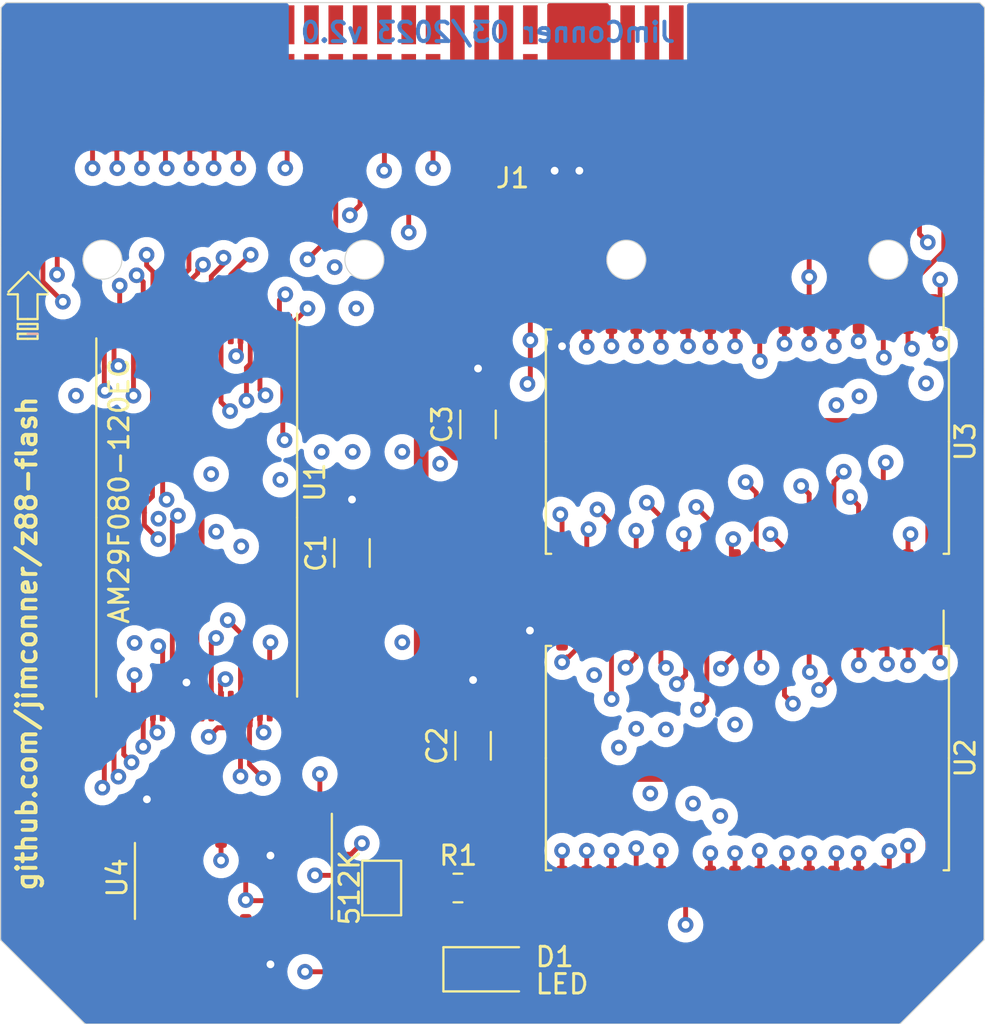
<source format=kicad_pcb>
(kicad_pcb (version 20221018) (generator pcbnew)
  (layers (0 "F.Cu" signal) (1 "In1.Cu" signal) (2 "In2.Cu" signal) (31 "B.Cu" signal) (34 "B.Paste" user) (35 "F.Paste" user) (36 "B.SilkS" user "B.Silkscreen") (37 "F.SilkS" user "F.Silkscreen") (38 "B.Mask" user) (39 "F.Mask" user) (44 "Edge.Cuts" user))
  (net 0 "")
  (net 1 "GND")
  (net 2 "VCC")
  (net 3 "/D2")
  (net 4 "/D1")
  (net 5 "/A14")
  (net 6 "/D0")
  (net 7 "/A13")
  (net 8 "/A0")
  (net 9 "/A8")
  (net 10 "/A1")
  (net 11 "/A9")
  (net 12 "/A2")
  (net 13 "/A11")
  (net 14 "/A3")
  (net 15 "/A4")
  (net 16 "/A10")
  (net 17 "/A5")
  (net 18 "/A6")
  (net 19 "/D7")
  (net 20 "/A7")
  (net 21 "/D6")
  (net 22 "/A12")
  (net 23 "/D5")
  (net 24 "/A15")
  (net 25 "/D4")
  (net 26 "/A16")
  (net 27 "/D3")
  (net 28 "/WEL")
  (net 29 "/ROE")
  (net 30 "Net-(D1-K)")
  (net 31 "Net-(D1-A)")
  (net 55 "/A17")
  (net 56 "/A19")
  (net 57 "/A18")
  (net 58 "/~{SE1}")
  (net 76 "Net-(JP1-A)")
  (net 77 "Net-(U3-CE#)")
  (footprint "Capacitor_SMD:C_1206_3216Metric" (layer "F.Cu") (at 139.954 101.17 90)
    (fp_text reference "C2")
    (fp_text value "100nF")
  )
  (footprint "Capacitor_SMD:C_1206_3216Metric" (layer "F.Cu") (at 140.208 84.66 90)
    (fp_text reference "C3")
    (fp_text value "100nF")
  )
  (footprint "Package_SO:SSOP-32_11.305x20.495mm_P1.27mm" (layer "F.Cu") (at 154.051 101.8 -90)
    (fp_text reference "U2")
    (fp_text value "HY628400A LLG-70")
  )
  (footprint "Package_SO:SO-16_3.9x9.9mm_P1.27mm" (layer "F.Cu") (at 127.635 108.112 -90)
    (fp_text reference "U4")
    (fp_text value "74LS139")
  )
  (footprint "Package_SO:TSOP-I-40_18.4x10mm_P0.5mm" (layer "F.Cu") (at 125.75 89.4435 -90)
    (fp_text reference "U1")
    (fp_text value "AM29F080-120EC")
  )
  (footprint "LED_SMD:LED_1206_3216Metric" (layer "F.Cu") (at 140.713 112.649)
    (fp_text reference "D1")
    (fp_text value "LED")
  )
  (footprint "Jumper:SolderJumper-2_P1.3mm_Open_Pad1.0x1.5mm" (layer "F.Cu") (at 135.255 108.473 90)
    (fp_text reference "512K")
    (fp_text value "512KB RAM")
  )
  (footprint "Resistor_SMD:R_0805_2012Metric_Pad1.20x1.40mm_HandSolder" (layer "F.Cu") (at 139.176 108.474)
    (fp_text reference "R1")
    (fp_text value "220R")
  )
  (footprint "Capacitor_SMD:C_1206_3216Metric" (layer "F.Cu") (at 133.731 91.264 90)
    (fp_text reference "C1")
    (fp_text value "100nF")
  )
  (footprint "Z88_Connector:Z88_connector" (layer "F.Cu") (at 117.896 64.135)
    (fp_text reference "J1")
    (fp_text value "Conn_Z88" hide)
  )
  (footprint "Package_SO:SSOP-32_11.305x20.495mm_P1.27mm" (layer "F.Cu") (at 154.051 85.544 -90)
    (fp_text reference "U3")
    (fp_text value "HY628400A LLG-70")
  )
  (gr_line (start 117.062 80.01) (end 117.57 80.01) (stroke (width 0.12)) (layer "B.SilkS"))
  (gr_line (start 116.554 79.756) (end 117.062 79.756) (stroke (width 0.12)) (layer "F.SilkS"))
  (gr_line (start 116.554 80.264) (end 117.062 80.264) (stroke (width 0.12)) (layer "F.SilkS"))
  (gr_line (start 116.554 77.978) (end 116.554 79.248) (stroke (width 0.12)) (layer "F.SilkS"))
  (gr_line (start 116.554 80.01) (end 117.062 80.01) (stroke (width 0.12)) (layer "F.SilkS"))
  (gr_line (start 116.046 77.978) (end 116.554 77.978) (stroke (width 0.12)) (layer "F.SilkS"))
  (gr_line (start 116.554 80.01) (end 116.554 80.264) (stroke (width 0.12)) (layer "F.SilkS"))
  (gr_line (start 117.094 76.835) (end 116.078 77.851) (stroke (width 0.12)) (layer "F.SilkS"))
  (gr_line (start 116.554 79.502) (end 117.062 79.502) (stroke (width 0.12)) (layer "F.SilkS"))
  (gr_line (start 117.062 80.01) (end 116.554 80.01) (stroke (width 0.12)) (layer "F.SilkS"))
  (gr_line (start 116.554 79.502) (end 116.554 79.756) (stroke (width 0.12)) (layer "F.SilkS"))
  (gr_line (start 116.554 79.248) (end 117.062 79.248) (stroke (width 0.12)) (layer "F.SilkS"))
  (gr_line (start 118.078 77.978) (end 117.57 77.978) (stroke (width 0.12)) (layer "F.SilkS"))
  (gr_line (start 117.57 79.756) (end 117.062 79.756) (stroke (width 0.12)) (layer "F.SilkS"))
  (gr_line (start 117.57 79.502) (end 117.062 79.502) (stroke (width 0.12)) (layer "F.SilkS"))
  (gr_line (start 117.57 77.978) (end 117.57 79.248) (stroke (width 0.12)) (layer "F.SilkS"))
  (gr_line (start 117.57 80.01) (end 117.062 80.01) (stroke (width 0.12)) (layer "F.SilkS"))
  (gr_line (start 117.57 79.248) (end 117.062 79.248) (stroke (width 0.12)) (layer "F.SilkS"))
  (gr_line (start 117.094 76.835) (end 118.11 77.851) (stroke (width 0.12)) (layer "F.SilkS"))
  (gr_line (start 117.57 80.264) (end 117.062 80.264) (stroke (width 0.12)) (layer "F.SilkS"))
  (gr_line (start 117.57 80.01) (end 117.57 80.264) (stroke (width 0.12)) (layer "F.SilkS"))
  (gr_line (start 117.57 79.502) (end 117.57 79.756) (stroke (width 0.12)) (layer "F.SilkS"))
  (gr_line (start 166.211 86.741) (end 166.243 63.246) (stroke (width 0.05)) (layer "Edge.Cuts"))
  (gr_circle (center 147.828 76.2) (end 148.828 76.2) (stroke (width 0.05)) (fill none) (layer "Edge.Cuts"))
  (gr_line (start 115.665 111.141) (end 115.665 86.741) (stroke (width 0.05)) (layer "Edge.Cuts"))
  (gr_line (start 115.697 63.246) (end 115.951 62.992) (stroke (width 0.05)) (layer "Edge.Cuts"))
  (gr_circle (center 134.366 76.2) (end 135.366 76.2) (stroke (width 0.05)) (fill none) (layer "Edge.Cuts"))
  (gr_circle (center 120.904 76.2) (end 121.904 76.2) (stroke (width 0.05)) (fill none) (layer "Edge.Cuts"))
  (gr_line (start 120.015 115.459) (end 115.665 111.141) (stroke (width 0.05)) (layer "Edge.Cuts"))
  (gr_line (start 166.211 111.141) (end 161.893 115.459) (stroke (width 0.05)) (layer "Edge.Cuts"))
  (gr_line (start 161.893 115.459) (end 120.015 115.459) (stroke (width 0.05)) (layer "Edge.Cuts"))
  (gr_line (start 165.989 62.992) (end 166.243 63.246) (stroke (width 0.05)) (layer "Edge.Cuts"))
  (gr_circle (center 161.29 76.2) (end 162.29 76.2) (stroke (width 0.05)) (fill none) (layer "Edge.Cuts"))
  (gr_line (start 115.951 62.992) (end 165.989 62.992) (stroke (width 0.05)) (layer "Edge.Cuts"))
  (gr_line (start 166.211 86.741) (end 166.211 111.141) (stroke (width 0.05)) (layer "Edge.Cuts"))
  (gr_line (start 115.665 86.741) (end 115.697 63.246) (stroke (width 0.05)) (layer "Edge.Cuts"))
  (gr_text "JimConner 03/2023 v2.0" (at 140.716 64.516) (layer "B.Cu") (effects (font (size 1 1) (thickness 0.2)) (justify mirror)))
  (gr_text "github.com/jimconner/z88-flash" (at 117.602 108.712 90) (layer "F.SilkS") (effects (font (size 1 1) (thickness 0.2) bold) (justify left bottom)))
  (segment (start 128.27 110.687) (end 128.27 111.125) (width 0.25) (layer "F.Cu") (net 1))
  (segment (start 123.19 103.9175) (end 123.19 105.537) (width 0.5) (layer "F.Cu") (net 1))
  (segment (start 144.146 70.992) (end 144.145 70.993) (width 0.25) (layer "F.Cu") (net 1))
  (segment (start 130.81 110.687) (end 130.81 111.125) (width 0.25) (layer "F.Cu") (net 1))
  (segment (start 144.526 95.25) (end 142.875 95.25) (width 0.5) (layer "F.Cu") (net 1))
  (segment (start 129.54 106.807) (end 129.54 105.537) (width 0.5) (layer "F.Cu") (net 1))
  (segment (start 144.526 78.994) (end 144.526 80.645) (width 0.5) (layer "F.Cu") (net 1))
  (segment (start 145.415 70.993) (end 145.415 71.628) (width 0.25) (layer "F.Cu") (net 1))
  (segment (start 144.145 70.993) (end 144.145 71.628) (width 0.25) (layer "F.Cu") (net 1))
  (segment (start 145.396 70.974) (end 145.415 70.993) (width 0.25) (layer "F.Cu") (net 1))
  (segment (start 133.731 89.789) (end 133.731 88.519) (width 0.75) (layer "F.Cu") (net 1))
  (segment (start 139.954 99.695) (end 139.954 97.79) (width 0.75) (layer "F.Cu") (net 1))
  (segment (start 129.54 110.687) (end 129.54 112.395) (width 0.5) (layer "F.Cu") (net 1))
  (segment (start 125.222 98.853) (end 125.5 99.131) (width 0.25) (layer "F.Cu") (net 1))
  (segment (start 144.146 66.758) (end 144.146 70.992) (width 0.75) (layer "F.Cu") (net 1))
  (segment (start 125.222 98.909) (end 125 99.131) (width 0.25) (layer "F.Cu") (net 1))
  (segment (start 145.396 66.758) (end 145.396 70.974) (width 0.75) (layer "F.Cu") (net 1))
  (segment (start 125.222 98.909) (end 125.222 97.917) (width 0.25) (layer "F.Cu") (net 1))
  (segment (start 130.81 111.125) (end 129.54 112.395) (width 0.5) (layer "F.Cu") (net 1))
  (segment (start 128.27 111.125) (end 129.54 112.395) (width 0.5) (layer "F.Cu") (net 1))
  (segment (start 140.208 83.185) (end 140.208 81.788) (width 0.75) (layer "F.Cu") (net 1))
  (via (at 129.54 106.807) (size 0.8) (drill 0.4) (layers "F.Cu" "B.Cu") (net 1))
  (via (at 129.54 112.395) (size 0.8) (drill 0.4) (layers "F.Cu" "B.Cu") (net 1))
  (via (at 144.526 80.645) (size 0.8) (drill 0.4) (layers "F.Cu" "B.Cu") (net 1))
  (via (at 140.208 81.788) (size 0.8) (drill 0.4) (layers "F.Cu" "B.Cu") (net 1))
  (via (at 142.875 95.25) (size 0.8) (drill 0.4) (layers "F.Cu" "B.Cu") (net 1))
  (via (at 125.222 97.917) (size 0.8) (drill 0.4) (layers "F.Cu" "B.Cu") (net 1))
  (via (at 133.731 88.519) (size 0.8) (drill 0.4) (layers "F.Cu" "B.Cu") (net 1))
  (via (at 123.19 103.9175) (size 0.8) (drill 0.4) (layers "F.Cu" "B.Cu") (net 1))
  (via (at 145.415 71.628) (size 0.8) (drill 0.4) (layers "F.Cu" "B.Cu") (net 1))
  (via (at 139.954 97.79) (size 0.8) (drill 0.4) (layers "F.Cu" "B.Cu") (net 1))
  (via (at 144.145 71.628) (size 0.8) (drill 0.4) (layers "F.Cu" "B.Cu") (net 1))
  (segment (start 141.646 70.444) (end 141.646 68.508) (width 0.75) (layer "F.Cu") (net 2))
  (segment (start 125 79.756) (end 125 81.28) (width 0.3) (layer "F.Cu") (net 2))
  (segment (start 126 80.609185) (end 125.456185 81.153) (width 0.25) (layer "F.Cu") (net 2))
  (segment (start 126 92.837) (end 133.633 92.837) (width 0.5) (layer "F.Cu") (net 2))
  (segment (start 160.43 102.645) (end 163.576 105.791) (width 0.75) (layer "F.Cu") (net 2))
  (segment (start 163.576 85.725) (end 163.576 92.094) (width 0.75) (layer "F.Cu") (net 2))
  (segment (start 139.146 70.439) (end 139.146 68.508) (width 0.75) (layer "F.Cu") (net 2))
  (segment (start 140.396 74.361) (end 137.287 77.47) (width 0.75) (layer "F.Cu") (net 2))
  (segment (start 138.176 85.217) (end 137.287 85.217) (width 0.75) (layer "F.Cu") (net 2))
  (segment (start 125 81.28) (end 125 87.789) (width 0.3) (layer "F.Cu") (net 2))
  (segment (start 137.287 77.47) (end 137.287 85.217) (width 0.75) (layer "F.Cu") (net 2))
  (segment (start 126 97.634339) (end 126 99.131) (width 0.3) (layer "F.Cu") (net 2))
  (segment (start 135.963 110.687) (end 138.176 108.474) (width 0.5) (layer "F.Cu") (net 2))
  (segment (start 140.396 71.882) (end 140.396 71.694) (width 0.75) (layer "F.Cu") (net 2))
  (segment (start 138.078 102.645) (end 160.43 102.645) (width 0.75) (layer "F.Cu") (net 2))
  (segment (start 133.633 92.837) (end 133.731 92.739) (width 0.25) (layer "F.Cu") (net 2))
  (segment (start 137.287 103.505) (end 137.287 107.585) (width 0.75) (layer "F.Cu") (net 2))
  (segment (start 140.396 71.882) (end 140.396 71.689) (width 0.75) (layer "F.Cu") (net 2))
  (segment (start 141.634 84.709) (end 162.56 84.709) (width 0.75) (layer "F.Cu") (net 2))
  (segment (start 136.242 92.739) (end 137.287 91.694) (width 0.75) (layer "F.Cu") (net 2))
  (segment (start 125.73 93.107) (end 125.73 97.364339) (width 0.3) (layer "F.Cu") (net 2))
  (segment (start 126 92.837) (end 125.73 93.107) (width 0.3) (layer "F.Cu") (net 2))
  (segment (start 140.208 86.135) (end 141.634 84.709) (width 0.75) (layer "F.Cu") (net 2))
  (segment (start 125.127 81.153) (end 125 81.28) (width 0.25) (layer "F.Cu") (net 2))
  (segment (start 137.287 85.217) (end 137.287 91.694) (width 0.75) (layer "F.Cu") (net 2))
  (segment (start 140.396 71.882) (end 140.396 74.361) (width 0.75) (layer "F.Cu") (net 2))
  (segment (start 137.287 91.694) (end 137.287 103.505) (width 0.75) (layer "F.Cu") (net 2))
  (segment (start 140.396 68.508) (end 140.396 71.882) (width 0.75) (layer "F.Cu") (net 2))
  (segment (start 137.287 101.854) (end 138.078 102.645) (width 0.75) (layer "F.Cu") (net 2))
  (segment (start 133.731 92.739) (end 136.242 92.739) (width 0.75) (layer "F.Cu") (net 2))
  (segment (start 137.287 107.585) (end 138.176 108.474) (width 0.75) (layer "F.Cu") (net 2))
  (segment (start 132.08 110.687) (end 135.963 110.687) (width 0.5) (layer "F.Cu") (net 2))
  (segment (start 126 88.789) (end 126 92.837) (width 0.3) (layer "F.Cu") (net 2))
  (segment (start 140.208 86.135) (end 139.094 86.135) (width 0.75) (layer "F.Cu") (net 2))
  (segment (start 140.396 71.694) (end 141.646 70.444) (width 0.75) (layer "F.Cu") (net 2))
  (segment (start 140.396 71.689) (end 139.146 70.439) (width 0.75) (layer "F.Cu") (net 2))
  (segment (start 163.576 105.791) (end 163.576 108.35) (width 0.75) (layer "F.Cu") (net 2))
  (segment (start 162.56 84.709) (end 163.576 85.725) (width 0.75) (layer "F.Cu") (net 2))
  (segment (start 125.456185 81.153) (end 125.127 81.153) (width 0.25) (layer "F.Cu") (net 2))
  (segment (start 125.73 97.364339) (end 126 97.634339) (width 0.3) (layer "F.Cu") (net 2))
  (segment (start 139.094 86.135) (end 138.176 85.217) (width 0.75) (layer "F.Cu") (net 2))
  (segment (start 126 79.756) (end 126 80.609185) (width 0.25) (layer "F.Cu") (net 2))
  (segment (start 125 87.789) (end 126 88.789) (width 0.3) (layer "F.Cu") (net 2))
  (segment (start 124 96.277) (end 123.7725 96.0495) (width 0.25) (layer "F.Cu") (net 3))
  (segment (start 144.8005 96.6) (end 144.872751 96.6) (width 0.25) (layer "F.Cu") (net 3))
  (segment (start 144.526 96.8745) (end 144.8005 96.6) (width 0.25) (layer "F.Cu") (net 3))
  (segment (start 144.872751 96.6) (end 145.796 95.676751) (width 0.25) (layer "F.Cu") (net 3))
  (segment (start 145.796 78.994) (end 145.796 75.057) (width 0.25) (layer "F.Cu") (net 3))
  (segment (start 124 99.131) (end 124 96.277) (width 0.25) (layer "F.Cu") (net 3))
  (segment (start 145.796 80.6825) (end 145.796 78.994) (width 0.25) (layer "F.Cu") (net 3))
  (segment (start 147.896 72.957) (end 147.896 69.008) (width 0.25) (layer "F.Cu") (net 3))
  (segment (start 145.796 95.676751) (end 145.796 95.25) (width 0.25) (layer "F.Cu") (net 3))
  (segment (start 145.796 75.057) (end 147.896 72.957) (width 0.25) (layer "F.Cu") (net 3))
  (via (at 123.7725 96.0495) (size 0.8) (drill 0.4) (layers "F.Cu" "B.Cu") (net 3))
  (via (at 144.526 96.8745) (size 0.8) (drill 0.4) (layers "F.Cu" "B.Cu") (net 3))
  (via (at 145.796 80.6825) (size 0.8) (drill 0.4) (layers "F.Cu" "B.Cu") (net 3))
  (segment (start 123.7245 100.487511) (end 123.5 100.263011) (width 0.25) (layer "F.Cu") (net 4))
  (segment (start 147.074952 98.7685) (end 147.066 98.759548) (width 0.25) (layer "F.Cu") (net 4))
  (segment (start 147.066 98.759548) (end 147.066 95.25) (width 0.25) (layer "F.Cu") (net 4))
  (segment (start 146.669623 78.597623) (end 146.669623 75.580377) (width 0.25) (layer "F.Cu") (net 4))
  (segment (start 149.146 73.104) (end 149.146 69.008) (width 0.25) (layer "F.Cu") (net 4))
  (segment (start 147.066 78.994) (end 146.669623 78.597623) (width 0.25) (layer "F.Cu") (net 4))
  (segment (start 123.5 100.263011) (end 123.5 99.131) (width 0.25) (layer "F.Cu") (net 4))
  (segment (start 146.669623 75.580377) (end 149.146 73.104) (width 0.25) (layer "F.Cu") (net 4))
  (segment (start 147.066 80.645) (end 147.066 78.994) (width 0.25) (layer "F.Cu") (net 4))
  (via (at 147.074952 98.7685) (size 0.8) (drill 0.4) (layers "F.Cu" "B.Cu") (net 4))
  (via (at 147.066 80.645) (size 0.8) (drill 0.4) (layers "F.Cu" "B.Cu") (net 4))
  (via (at 123.7245 100.487511) (size 0.8) (drill 0.4) (layers "F.Cu" "B.Cu") (net 4))
  (segment (start 161.228297 95.442297) (end 161.036 95.25) (width 0.25) (layer "F.Cu") (net 5))
  (segment (start 142.896 82.4335) (end 142.896 68.008) (width 0.25) (layer "F.Cu") (net 5))
  (segment (start 142.748 82.5815) (end 142.896 82.4335) (width 0.25) (layer "F.Cu") (net 5))
  (segment (start 128 80.9285) (end 127.7755 81.153) (width 0.25) (layer "F.Cu") (net 5))
  (segment (start 128 79.756) (end 128 80.9285) (width 0.25) (layer "F.Cu") (net 5))
  (segment (start 161.036 81.196657) (end 161.069141 81.229798) (width 0.25) (layer "F.Cu") (net 5))
  (segment (start 161.036 78.994) (end 161.036 81.196657) (width 0.25) (layer "F.Cu") (net 5))
  (segment (start 161.228297 96.974895) (end 161.228297 95.442297) (width 0.25) (layer "F.Cu") (net 5))
  (via (at 161.228297 96.974895) (size 0.8) (drill 0.4) (layers "F.Cu" "B.Cu") (net 5))
  (via (at 142.896 80.3385) (size 0.8) (drill 0.4) (layers "F.Cu" "B.Cu") (net 5))
  (via (at 127.7755 81.153) (size 0.8) (drill 0.4) (layers "F.Cu" "B.Cu") (net 5))
  (via (at 142.748 82.5815) (size 0.8) (drill 0.4) (layers "F.Cu" "B.Cu") (net 5))
  (via (at 161.069141 81.229798) (size 0.8) (drill 0.4) (layers "F.Cu" "B.Cu") (net 5))
  (segment (start 148.336 95.25) (end 148.336 96.6095) (width 0.25) (layer "F.Cu") (net 6))
  (segment (start 150.396 73.759) (end 150.396 69.008) (width 0.25) (layer "F.Cu") (net 6))
  (segment (start 148.336 78.994) (end 148.336 77.343) (width 0.25) (layer "F.Cu") (net 6))
  (segment (start 149.156 74.999) (end 150.396 73.759) (width 0.25) (layer "F.Cu") (net 6))
  (segment (start 148.336 96.6095) (end 147.7905 97.155) (width 0.25) (layer "F.Cu") (net 6))
  (segment (start 149.156 76.523) (end 149.156 74.999) (width 0.25) (layer "F.Cu") (net 6))
  (segment (start 148.336 78.994) (end 148.336 80.645) (width 0.25) (layer "F.Cu") (net 6))
  (segment (start 148.336 77.343) (end 149.156 76.523) (width 0.25) (layer "F.Cu") (net 6))
  (segment (start 123 101.219) (end 123 99.131) (width 0.25) (layer "F.Cu") (net 6))
  (via (at 123 101.219) (size 0.8) (drill 0.4) (layers "F.Cu" "B.Cu") (net 6))
  (via (at 147.447 101.2615) (size 0.8) (drill 0.4) (layers "F.Cu" "B.Cu") (net 6))
  (via (at 148.336 80.645) (size 0.8) (drill 0.4) (layers "F.Cu" "B.Cu") (net 6))
  (via (at 147.7905 97.155) (size 0.8) (drill 0.4) (layers "F.Cu" "B.Cu") (net 6))
  (segment (start 128.524 75.946) (end 127.5 76.97) (width 0.25) (layer "F.Cu") (net 7))
  (segment (start 158.623 106.68) (end 158.623 108.223) (width 0.25) (layer "F.Cu") (net 7))
  (segment (start 158.496 87.5925) (end 158.496 92.094) (width 0.25) (layer "F.Cu") (net 7))
  (segment (start 159.004 87.0845) (end 158.496 87.5925) (width 0.25) (layer "F.Cu") (net 7))
  (segment (start 158.623 108.223) (end 158.496 108.35) (width 0.25) (layer "F.Cu") (net 7))
  (segment (start 136.646 74.803) (end 136.646 68.008) (width 0.25) (layer "F.Cu") (net 7))
  (segment (start 127.5 76.97) (end 127.5 79.756) (width 0.25) (layer "F.Cu") (net 7))
  (via (at 159.004 87.0845) (size 0.8) (drill 0.4) (layers "F.Cu" "B.Cu") (net 7))
  (via (at 128.524 75.946) (size 0.8) (drill 0.4) (layers "F.Cu" "B.Cu") (net 7))
  (via (at 136.646 74.803) (size 0.8) (drill 0.4) (layers "F.Cu" "B.Cu") (net 7))
  (via (at 136.3125 86.0685) (size 0.8) (drill 0.4) (layers "F.Cu" "B.Cu") (net 7))
  (via (at 158.623 106.68) (size 0.8) (drill 0.4) (layers "F.Cu" "B.Cu") (net 7))
  (segment (start 149.606 75.946) (end 151.646 73.906) (width 0.25) (layer "F.Cu") (net 8))
  (segment (start 149.606 95.25) (end 149.606 96.909599) (width 0.25) (layer "F.Cu") (net 8))
  (segment (start 122.5 99.131) (end 122.5 97.591) (width 0.25) (layer "F.Cu") (net 8))
  (segment (start 149.606 80.6825) (end 149.606 78.994) (width 0.25) (layer "F.Cu") (net 8))
  (segment (start 151.646 73.906) (end 151.646 68.008) (width 0.25) (layer "F.Cu") (net 8))
  (segment (start 149.606 78.994) (end 149.606 75.946) (width 0.25) (layer "F.Cu") (net 8))
  (segment (start 122.5 97.591) (end 122.555 97.536) (width 0.25) (layer "F.Cu") (net 8))
  (segment (start 149.606 96.909599) (end 149.863949 97.167548) (width 0.25) (layer "F.Cu") (net 8))
  (via (at 149.606 80.6825) (size 0.8) (drill 0.4) (layers "F.Cu" "B.Cu") (net 8))
  (via (at 149.863949 97.167548) (size 0.8) (drill 0.4) (layers "F.Cu" "B.Cu") (net 8))
  (via (at 122.555 97.536) (size 0.8) (drill 0.4) (layers "F.Cu" "B.Cu") (net 8))
  (segment (start 157.226 88.237299) (end 157.226 92.094) (width 0.25) (layer "F.Cu") (net 9))
  (segment (start 157.226 108.35) (end 157.226 106.68) (width 0.25) (layer "F.Cu") (net 9))
  (segment (start 156.8135 87.824799) (end 157.226 88.237299) (width 0.25) (layer "F.Cu") (net 9))
  (segment (start 135.382 71.628) (end 135.396 71.614) (width 0.25) (layer "F.Cu") (net 9))
  (segment (start 123 77.340443) (end 123 79.756) (width 0.25) (layer "F.Cu") (net 9))
  (segment (start 122.659057 76.9995) (end 123 77.340443) (width 0.25) (layer "F.Cu") (net 9))
  (segment (start 135.396 71.614) (end 135.396 68.008) (width 0.25) (layer "F.Cu") (net 9))
  (via (at 133.7685 86.0685) (size 0.8) (drill 0.4) (layers "F.Cu" "B.Cu") (net 9))
  (via (at 132.842 76.581) (size 0.8) (drill 0.4) (layers "F.Cu" "B.Cu") (net 9))
  (via (at 135.382 71.628) (size 0.8) (drill 0.4) (layers "F.Cu" "B.Cu") (net 9))
  (via (at 122.659057 76.9995) (size 0.8) (drill 0.4) (layers "F.Cu" "B.Cu") (net 9))
  (via (at 156.8135 87.824799) (size 0.8) (drill 0.4) (layers "F.Cu" "B.Cu") (net 9))
  (via (at 157.226 106.68) (size 0.8) (drill 0.4) (layers "F.Cu" "B.Cu") (net 9))
  (segment (start 122.399963 102.01835) (end 122 101.618387) (width 0.25) (layer "F.Cu") (net 10))
  (segment (start 151.003 80.645) (end 151.003 79.121) (width 0.25) (layer "F.Cu") (net 10))
  (segment (start 150.876 95.25) (end 150.876 97.542674) (width 0.25) (layer "F.Cu") (net 10))
  (segment (start 152.896 73.672) (end 152.896 68.008) (width 0.25) (layer "F.Cu") (net 10))
  (segment (start 150.876 97.542674) (end 150.421752 97.996922) (width 0.25) (layer "F.Cu") (net 10))
  (segment (start 150.876 75.692) (end 152.896 73.672) (width 0.25) (layer "F.Cu") (net 10))
  (segment (start 151.003 79.121) (end 150.876 78.994) (width 0.25) (layer "F.Cu") (net 10))
  (segment (start 122 101.618387) (end 122 99.131) (width 0.25) (layer "F.Cu") (net 10))
  (segment (start 150.876 78.994) (end 150.876 75.692) (width 0.25) (layer "F.Cu") (net 10))
  (via (at 151.003 80.645) (size 0.8) (drill 0.4) (layers "F.Cu" "B.Cu") (net 10))
  (via (at 150.421752 97.996922) (size 0.8) (drill 0.4) (layers "F.Cu" "B.Cu") (net 10))
  (via (at 149.86 100.33) (size 0.8) (drill 0.4) (layers "F.Cu" "B.Cu") (net 10))
  (via (at 122.399963 102.01835) (size 0.8) (drill 0.4) (layers "F.Cu" "B.Cu") (net 10))
  (segment (start 123.174695 76.489833) (end 123.5 76.815138) (width 0.25) (layer "F.Cu") (net 11))
  (segment (start 155.956 106.807) (end 156.083 106.68) (width 0.25) (layer "F.Cu") (net 11))
  (segment (start 133.6205 73.914) (end 134.146 73.3885) (width 0.25) (layer "F.Cu") (net 11))
  (segment (start 123.475 79.781) (end 123.5 79.756) (width 0.25) (layer "F.Cu") (net 11))
  (segment (start 134.146 73.3885) (end 134.146 68.008) (width 0.25) (layer "F.Cu") (net 11))
  (segment (start 123.5 76.815138) (end 123.5 79.756) (width 0.25) (layer "F.Cu") (net 11))
  (segment (start 123.059674 89.838174) (end 123.059674 89.203626) (width 0.25) (layer "F.Cu") (net 11))
  (segment (start 155.956 91.0215) (end 155.2315 90.297) (width 0.25) (layer "F.Cu") (net 11))
  (segment (start 123.174695 75.946) (end 123.174695 76.489833) (width 0.25) (layer "F.Cu") (net 11))
  (segment (start 155.956 92.094) (end 155.956 91.0215) (width 0.25) (layer "F.Cu") (net 11))
  (segment (start 123.063 88.773) (end 123.475 88.361) (width 0.25) (layer "F.Cu") (net 11))
  (segment (start 123.7725 90.551) (end 123.059674 89.838174) (width 0.25) (layer "F.Cu") (net 11))
  (segment (start 123.059674 89.203626) (end 123.063 89.2003) (width 0.25) (layer "F.Cu") (net 11))
  (segment (start 123.475 88.361) (end 123.475 79.781) (width 0.25) (layer "F.Cu") (net 11))
  (segment (start 123.063 89.2003) (end 123.063 88.773) (width 0.25) (layer "F.Cu") (net 11))
  (segment (start 155.956 108.35) (end 155.956 106.807) (width 0.25) (layer "F.Cu") (net 11))
  (via (at 123.7725 90.551) (size 0.8) (drill 0.4) (layers "F.Cu" "B.Cu") (net 11))
  (via (at 156.083 106.68) (size 0.8) (drill 0.4) (layers "F.Cu" "B.Cu") (net 11))
  (via (at 133.6205 73.914) (size 0.8) (drill 0.4) (layers "F.Cu" "B.Cu") (net 11))
  (via (at 155.2315 90.297) (size 0.8) (drill 0.4) (layers "F.Cu" "B.Cu") (net 11))
  (via (at 123.174695 75.946) (size 0.8) (drill 0.4) (layers "F.Cu" "B.Cu") (net 11))
  (segment (start 152.146 80.6825) (end 152.146 78.994) (width 0.25) (layer "F.Cu") (net 12))
  (segment (start 151.9665 95.4295) (end 152.146 95.25) (width 0.25) (layer "F.Cu") (net 12))
  (segment (start 121.5 102.530566) (end 121.5 99.131) (width 0.25) (layer "F.Cu") (net 12))
  (segment (start 121.7245 102.755066) (end 121.5 102.530566) (width 0.25) (layer "F.Cu") (net 12))
  (segment (start 152.146 78.994) (end 152.146 75.819) (width 0.25) (layer "F.Cu") (net 12))
  (segment (start 154.146 73.819) (end 154.146 68.008) (width 0.25) (layer "F.Cu") (net 12))
  (segment (start 151.511 99.314) (end 151.9665 98.8585) (width 0.25) (layer "F.Cu") (net 12))
  (segment (start 151.9665 98.8585) (end 151.9665 95.4295) (width 0.25) (layer "F.Cu") (net 12))
  (segment (start 152.146 75.819) (end 154.146 73.819) (width 0.25) (layer "F.Cu") (net 12))
  (via (at 151.511 99.314) (size 0.8) (drill 0.4) (layers "F.Cu" "B.Cu") (net 12))
  (via (at 121.7245 102.755066) (size 0.8) (drill 0.4) (layers "F.Cu" "B.Cu") (net 12))
  (via (at 151.257 104.136201) (size 0.8) (drill 0.4) (layers "F.Cu" "B.Cu") (net 12))
  (via (at 152.146 80.6825) (size 0.8) (drill 0.4) (layers "F.Cu" "B.Cu") (net 12))
  (segment (start 154.5065 91.9145) (end 154.686 92.094) (width 0.25) (layer "F.Cu") (net 13))
  (segment (start 125.799 76.893) (end 124.5 78.192) (width 0.25) (layer "F.Cu") (net 13))
  (segment (start 153.9615 87.625109) (end 154.5065 88.170109) (width 0.25) (layer "F.Cu") (net 13))
  (segment (start 132.896 74.731392) (end 132.896 68.008) (width 0.25) (layer "F.Cu") (net 13))
  (segment (start 124.5 78.192) (end 124.5 79.756) (width 0.25) (layer "F.Cu") (net 13))
  (segment (start 125.799 76.7285) (end 125.799 76.893) (width 0.25) (layer "F.Cu") (net 13))
  (segment (start 126.0735 76.454) (end 125.799 76.7285) (width 0.25) (layer "F.Cu") (net 13))
  (segment (start 131.445 76.182392) (end 132.896 74.731392) (width 0.25) (layer "F.Cu") (net 13))
  (segment (start 154.686 108.35) (end 154.686 106.553) (width 0.25) (layer "F.Cu") (net 13))
  (segment (start 154.5065 88.170109) (end 154.5065 91.9145) (width 0.25) (layer "F.Cu") (net 13))
  (via (at 132.17 86.0685) (size 0.8) (drill 0.4) (layers "F.Cu" "B.Cu") (net 13))
  (via (at 126.0735 76.454) (size 0.8) (drill 0.4) (layers "F.Cu" "B.Cu") (net 13))
  (via (at 131.445 76.182392) (size 0.8) (drill 0.4) (layers "F.Cu" "B.Cu") (net 13))
  (via (at 154.686 106.553) (size 0.8) (drill 0.4) (layers "F.Cu" "B.Cu") (net 13))
  (via (at 153.9615 87.625109) (size 0.8) (drill 0.4) (layers "F.Cu" "B.Cu") (net 13))
  (segment (start 155.396 73.712) (end 155.396 68.008) (width 0.25) (layer "F.Cu") (net 14))
  (segment (start 153.416 78.994) (end 153.416 75.692) (width 0.25) (layer "F.Cu") (net 14))
  (segment (start 153.416 80.645) (end 153.416 78.994) (width 0.25) (layer "F.Cu") (net 14))
  (segment (start 153.416 75.692) (end 155.396 73.712) (width 0.25) (layer "F.Cu") (net 14))
  (segment (start 153.416 96.481589) (end 153.416 95.25) (width 0.25) (layer "F.Cu") (net 14))
  (segment (start 121 103.219364) (end 121 99.131) (width 0.25) (layer "F.Cu") (net 14))
  (segment (start 120.899722 103.319642) (end 121 103.219364) (width 0.25) (layer "F.Cu") (net 14))
  (segment (start 152.6915 97.206089) (end 153.416 96.481589) (width 0.25) (layer "F.Cu") (net 14))
  (via (at 153.416 80.645) (size 0.8) (drill 0.4) (layers "F.Cu" "B.Cu") (net 14))
  (via (at 120.899722 103.319642) (size 0.8) (drill 0.4) (layers "F.Cu" "B.Cu") (net 14))
  (via (at 152.6915 97.206089) (size 0.8) (drill 0.4) (layers "F.Cu" "B.Cu") (net 14))
  (via (at 152.654 104.775) (size 0.8) (drill 0.4) (layers "F.Cu" "B.Cu") (net 14))
  (segment (start 121 82.9) (end 121 79.756) (width 0.25) (layer "F.Cu") (net 15))
  (segment (start 154.693803 81.413611) (end 154.686 81.405808) (width 0.25) (layer "F.Cu") (net 15))
  (segment (start 156.646 73.732) (end 156.646 68.008) (width 0.25) (layer "F.Cu") (net 15))
  (segment (start 154.686 78.994) (end 154.686 75.692) (width 0.25) (layer "F.Cu") (net 15))
  (segment (start 154.7815 97.155) (end 154.686 97.0595) (width 0.25) (layer "F.Cu") (net 15))
  (segment (start 121.031 82.931) (end 121 82.9) (width 0.25) (layer "F.Cu") (net 15))
  (segment (start 154.686 75.692) (end 156.646 73.732) (width 0.25) (layer "F.Cu") (net 15))
  (segment (start 154.686 81.405808) (end 154.686 78.994) (width 0.25) (layer "F.Cu") (net 15))
  (segment (start 154.686 97.0595) (end 154.686 95.25) (width 0.25) (layer "F.Cu") (net 15))
  (via (at 154.693803 81.413611) (size 0.8) (drill 0.4) (layers "F.Cu" "B.Cu") (net 15))
  (via (at 121.031 82.931) (size 0.8) (drill 0.4) (layers "F.Cu" "B.Cu") (net 15))
  (via (at 154.7815 97.155) (size 0.8) (drill 0.4) (layers "F.Cu" "B.Cu") (net 15))
  (segment (start 125.349 75.565) (end 129.146 71.768) (width 0.25) (layer "F.Cu") (net 16))
  (segment (start 152.146 92.094) (end 152.146 89.6245) (width 0.25) (layer "F.Cu") (net 16))
  (segment (start 152.146 108.35) (end 152.146 106.68) (width 0.25) (layer "F.Cu") (net 16))
  (segment (start 124 79.756) (end 124 78.055604) (width 0.25) (layer "F.Cu") (net 16))
  (segment (start 129.146 71.768) (end 129.146 68.008) (width 0.25) (layer "F.Cu") (net 16))
  (segment (start 124 88.32439) (end 124 79.756) (width 0.25) (layer "F.Cu") (net 16))
  (segment (start 152.146 89.6245) (end 151.4215 88.9) (width 0.25) (layer "F.Cu") (net 16))
  (segment (start 125.349 76.706604) (end 125.349 75.565) (width 0.25) (layer "F.Cu") (net 16))
  (segment (start 124.1995 88.52389) (end 124 88.32439) (width 0.25) (layer "F.Cu") (net 16))
  (segment (start 124 78.055604) (end 125.349 76.706604) (width 0.25) (layer "F.Cu") (net 16))
  (via (at 152.146 106.68) (size 0.8) (drill 0.4) (layers "F.Cu" "B.Cu") (net 16))
  (via (at 124.1995 88.52389) (size 0.8) (drill 0.4) (layers "F.Cu" "B.Cu") (net 16))
  (via (at 151.4215 88.9) (size 0.8) (drill 0.4) (layers "F.Cu" "B.Cu") (net 16))
  (segment (start 155.956 80.518) (end 155.956 78.994) (width 0.25) (layer "F.Cu") (net 17))
  (segment (start 155.956 98.569903) (end 155.956 95.25) (width 0.25) (layer "F.Cu") (net 17))
  (segment (start 155.956 75.565) (end 157.896 73.625) (width 0.25) (layer "F.Cu") (net 17))
  (segment (start 121.5 81.4365) (end 121.7245 81.661) (width 0.25) (layer "F.Cu") (net 17))
  (segment (start 121.5 79.756) (end 121.5 81.4365) (width 0.25) (layer "F.Cu") (net 17))
  (segment (start 155.956 78.994) (end 155.956 75.565) (width 0.25) (layer "F.Cu") (net 17))
  (segment (start 157.896 73.625) (end 157.896 68.008) (width 0.25) (layer "F.Cu") (net 17))
  (segment (start 156.391548 99.005451) (end 155.956 98.569903) (width 0.25) (layer "F.Cu") (net 17))
  (via (at 155.956 80.518) (size 0.8) (drill 0.4) (layers "F.Cu" "B.Cu") (net 17))
  (via (at 121.7245 81.661) (size 0.8) (drill 0.4) (layers "F.Cu" "B.Cu") (net 17))
  (via (at 156.391548 99.005451) (size 0.8) (drill 0.4) (layers "F.Cu" "B.Cu") (net 17))
  (segment (start 157.226 75.692) (end 159.146 73.772) (width 0.25) (layer "F.Cu") (net 18))
  (segment (start 157.226 78.994) (end 157.226 80.518) (width 0.25) (layer "F.Cu") (net 18))
  (segment (start 157.226 77.089) (end 157.226 75.692) (width 0.25) (layer "F.Cu") (net 18))
  (segment (start 157.226 78.994) (end 157.226 77.089) (width 0.25) (layer "F.Cu") (net 18))
  (segment (start 157.226 97.341813) (end 157.226 95.25) (width 0.25) (layer "F.Cu") (net 18))
  (segment (start 121.793 78.6855) (end 122 78.8925) (width 0.25) (layer "F.Cu") (net 18))
  (segment (start 122 78.8925) (end 122 79.756) (width 0.25) (layer "F.Cu") (net 18))
  (segment (start 157.2635 97.379313) (end 157.226 97.341813) (width 0.25) (layer "F.Cu") (net 18))
  (segment (start 159.146 73.772) (end 159.146 68.008) (width 0.25) (layer "F.Cu") (net 18))
  (segment (start 121.793 77.528) (end 121.793 78.6855) (width 0.25) (layer "F.Cu") (net 18))
  (via (at 121.793 77.528) (size 0.8) (drill 0.4) (layers "F.Cu" "B.Cu") (net 18))
  (via (at 157.226 80.518) (size 0.8) (drill 0.4) (layers "F.Cu" "B.Cu") (net 18))
  (via (at 157.226 77.089) (size 0.8) (drill 0.4) (layers "F.Cu" "B.Cu") (net 18))
  (via (at 157.2635 97.379313) (size 0.8) (drill 0.4) (layers "F.Cu" "B.Cu") (net 18))
  (segment (start 128 95.368813) (end 128 99.131) (width 0.25) (layer "F.Cu") (net 19))
  (segment (start 128 102.743) (end 128 99.131) (width 0.25) (layer "F.Cu") (net 19))
  (segment (start 127.3435 94.712313) (end 128 95.368813) (width 0.25) (layer "F.Cu") (net 19))
  (segment (start 126.619 71.501) (end 126.646 71.474) (width 0.25) (layer "F.Cu") (net 19))
  (segment (start 149.606 108.35) (end 149.606 106.553) (width 0.25) (layer "F.Cu") (net 19))
  (segment (start 149.606 89.402) (end 148.8815 88.6775) (width 0.25) (layer "F.Cu") (net 19))
  (segment (start 149.606 92.094) (end 149.606 89.402) (width 0.25) (layer "F.Cu") (net 19))
  (segment (start 126.646 71.474) (end 126.646 69.008) (width 0.25) (layer "F.Cu") (net 19))
  (via (at 127.3435 94.712313) (size 0.8) (drill 0.4) (layers "F.Cu" "B.Cu") (net 19))
  (via (at 126.619 71.501) (size 0.8) (drill 0.4) (layers "F.Cu" "B.Cu") (net 19))
  (via (at 149.061 103.6195) (size 0.8) (drill 0.4) (layers "F.Cu" "B.Cu") (net 19))
  (via (at 148.8815 88.6775) (size 0.8) (drill 0.4) (layers "F.Cu" "B.Cu") (net 19))
  (via (at 149.606 106.553) (size 0.8) (drill 0.4) (layers "F.Cu" "B.Cu") (net 19))
  (via (at 128 102.743) (size 0.8) (drill 0.4) (layers "F.Cu" "B.Cu") (net 19))
  (segment (start 158.496 97.536) (end 158.496 95.25) (width 0.25) (layer "F.Cu") (net 20))
  (segment (start 122.5 83.185) (end 122.5 79.756) (width 0.25) (layer "F.Cu") (net 20))
  (segment (start 157.734 98.298) (end 158.496 97.536) (width 0.25) (layer "F.Cu") (net 20))
  (segment (start 158.496 80.645) (end 158.496 78.994) (width 0.25) (layer "F.Cu") (net 20))
  (segment (start 160.396 73.792) (end 160.396 68.008) (width 0.25) (layer "F.Cu") (net 20))
  (segment (start 158.496 75.692) (end 160.396 73.792) (width 0.25) (layer "F.Cu") (net 20))
  (segment (start 158.496 78.994) (end 158.496 75.692) (width 0.25) (layer "F.Cu") (net 20))
  (via (at 158.496 80.645) (size 0.8) (drill 0.4) (layers "F.Cu" "B.Cu") (net 20))
  (via (at 158.623 83.6665) (size 0.8) (drill 0.4) (layers "F.Cu" "B.Cu") (net 20))
  (via (at 157.734 98.298) (size 0.8) (drill 0.4) (layers "F.Cu" "B.Cu") (net 20))
  (via (at 122.5 83.185) (size 0.8) (drill 0.4) (layers "F.Cu" "B.Cu") (net 20))
  (segment (start 125.396 71.421) (end 125.476 71.501) (width 0.25) (layer "F.Cu") (net 21))
  (segment (start 127.240685 100.2435) (end 127.5 99.984185) (width 0.25) (layer "F.Cu") (net 21))
  (segment (start 148.336 108.35) (end 148.336 106.426) (width 0.25) (layer "F.Cu") (net 21))
  (segment (start 148.336 92.094) (end 148.336 90.118) (width 0.25) (layer "F.Cu") (net 21))
  (segment (start 126.8325 100.2435) (end 127.240685 100.2435) (width 0.25) (layer "F.Cu") (net 21))
  (segment (start 126.365 100.711) (end 126.8325 100.2435) (width 0.25) (layer "F.Cu") (net 21))
  (segment (start 125.396 69.008) (end 125.396 71.421) (width 0.25) (layer "F.Cu") (net 21))
  (segment (start 127.5 99.984185) (end 127.5 99.131) (width 0.25) (layer "F.Cu") (net 21))
  (via (at 126.365 100.711) (size 0.8) (drill 0.4) (layers "F.Cu" "B.Cu") (net 21))
  (via (at 148.3365 100.2925) (size 0.8) (drill 0.4) (layers "F.Cu" "B.Cu") (net 21))
  (via (at 125.476 71.501) (size 0.8) (drill 0.4) (layers "F.Cu" "B.Cu") (net 21))
  (via (at 148.336 90.118) (size 0.8) (drill 0.4) (layers "F.Cu" "B.Cu") (net 21))
  (via (at 148.336 106.426) (size 0.8) (drill 0.4) (layers "F.Cu" "B.Cu") (net 21))
  (segment (start 161.646 73.812) (end 159.766 75.692) (width 0.25) (layer "F.Cu") (net 22))
  (segment (start 159.766 80.391) (end 159.766 78.994) (width 0.25) (layer "F.Cu") (net 22))
  (segment (start 127.463541 83.975267) (end 127 83.511726) (width 0.25) (layer "F.Cu") (net 22))
  (segment (start 159.766 75.692) (end 159.766 78.994) (width 0.25) (layer "F.Cu") (net 22))
  (segment (start 127 83.511726) (end 127 79.756) (width 0.25) (layer "F.Cu") (net 22))
  (segment (start 159.778797 95.262797) (end 159.766 95.25) (width 0.25) (layer "F.Cu") (net 22))
  (segment (start 159.778797 97.028) (end 159.778797 95.262797) (width 0.25) (layer "F.Cu") (net 22))
  (segment (start 161.646 68.008) (end 161.646 73.812) (width 0.25) (layer "F.Cu") (net 22))
  (via (at 127.463541 83.975267) (size 0.8) (drill 0.4) (layers "F.Cu" "B.Cu") (net 22))
  (via (at 159.766 80.391) (size 0.8) (drill 0.4) (layers "F.Cu" "B.Cu") (net 22))
  (via (at 159.8085 83.2165) (size 0.8) (drill 0.4) (layers "F.Cu" "B.Cu") (net 22))
  (via (at 159.778797 97.028) (size 0.8) (drill 0.4) (layers "F.Cu" "B.Cu") (net 22))
  (segment (start 121.646 69.008) (end 121.646 71.481) (width 0.25) (layer "F.Cu") (net 23))
  (segment (start 147.066 92.094) (end 147.066 92.075) (width 0.25) (layer "F.Cu") (net 23))
  (segment (start 147.066 92.075) (end 146.939 91.948) (width 0.25) (layer "F.Cu") (net 23))
  (segment (start 146.939 89.6245) (end 146.3415 89.027) (width 0.25) (layer "F.Cu") (net 23))
  (segment (start 127.2245 97.744227) (end 126.975 97.993727) (width 0.25) (layer "F.Cu") (net 23))
  (segment (start 147.066 106.553) (end 147.066 108.35) (width 0.25) (layer "F.Cu") (net 23))
  (segment (start 146.939 91.948) (end 146.939 89.6245) (width 0.25) (layer "F.Cu") (net 23))
  (segment (start 121.646 71.481) (end 121.666 71.501) (width 0.25) (layer "F.Cu") (net 23))
  (segment (start 126.975 97.993727) (end 126.975 99.441) (width 0.25) (layer "F.Cu") (net 23))
  (via (at 127.2245 97.744227) (size 0.8) (drill 0.4) (layers "F.Cu" "B.Cu") (net 23))
  (via (at 146.177 97.536) (size 0.8) (drill 0.4) (layers "F.Cu" "B.Cu") (net 23))
  (via (at 122.555 95.885) (size 0.8) (drill 0.4) (layers "F.Cu" "B.Cu") (net 23))
  (via (at 146.3415 89.027) (size 0.8) (drill 0.4) (layers "F.Cu" "B.Cu") (net 23))
  (via (at 147.066 106.553) (size 0.8) (drill 0.4) (layers "F.Cu" "B.Cu") (net 23))
  (via (at 121.666 71.501) (size 0.8) (drill 0.4) (layers "F.Cu" "B.Cu") (net 23))
  (segment (start 128.307 83.439) (end 128.307 81.741695) (width 0.25) (layer "F.Cu") (net 24))
  (segment (start 162.896 68.008) (end 162.896 74.885) (width 0.25) (layer "F.Cu") (net 24))
  (segment (start 162.306 90.424) (end 162.306 92.094) (width 0.25) (layer "F.Cu") (net 24))
  (segment (start 128.307 81.741695) (end 128.5 81.548695) (width 0.25) (layer "F.Cu") (net 24))
  (segment (start 162.896 74.885) (end 163.322 75.311) (width 0.25) (layer "F.Cu") (net 24))
  (segment (start 162.433 90.297) (end 162.306 90.424) (width 0.25) (layer "F.Cu") (net 24))
  (segment (start 162.306 106.299) (end 162.306 108.35) (width 0.25) (layer "F.Cu") (net 24))
  (segment (start 128.5 81.548695) (end 128.5 79.756) (width 0.25) (layer "F.Cu") (net 24))
  (via (at 163.322 75.311) (size 0.8) (drill 0.4) (layers "F.Cu" "B.Cu") (net 24))
  (via (at 128.307 83.439) (size 0.8) (drill 0.4) (layers "F.Cu" "B.Cu") (net 24))
  (via (at 162.306 106.299) (size 0.8) (drill 0.4) (layers "F.Cu" "B.Cu") (net 24))
  (via (at 163.232 82.55) (size 0.8) (drill 0.4) (layers "F.Cu" "B.Cu") (net 24))
  (via (at 162.433 90.297) (size 0.8) (drill 0.4) (layers "F.Cu" "B.Cu") (net 24))
  (segment (start 122.896 69.008) (end 122.896 71.461) (width 0.25) (layer "F.Cu") (net 25))
  (segment (start 126.5 95.877) (end 126.5 99.131) (width 0.25) (layer "F.Cu") (net 25))
  (segment (start 145.796 90.1325) (end 145.796 92.094) (width 0.25) (layer "F.Cu") (net 25))
  (segment (start 126.746 95.631) (end 126.5 95.877) (width 0.25) (layer "F.Cu") (net 25))
  (segment (start 122.896 71.461) (end 122.936 71.501) (width 0.25) (layer "F.Cu") (net 25))
  (segment (start 145.796 108.35) (end 145.796 106.553) (width 0.25) (layer "F.Cu") (net 25))
  (segment (start 145.8855 90.043) (end 145.796 90.1325) (width 0.25) (layer "F.Cu") (net 25))
  (via (at 126.746 95.631) (size 0.8) (drill 0.4) (layers "F.Cu" "B.Cu") (net 25))
  (via (at 122.936 71.501) (size 0.8) (drill 0.4) (layers "F.Cu" "B.Cu") (net 25))
  (via (at 145.796 106.553) (size 0.8) (drill 0.4) (layers "F.Cu" "B.Cu") (net 25))
  (via (at 126.7495 90.17) (size 0.8) (drill 0.4) (layers "F.Cu" "B.Cu") (net 25))
  (via (at 123.784674 89.503931) (size 0.8) (drill 0.4) (layers "F.Cu" "B.Cu") (net 25))
  (via (at 145.8855 90.043) (size 0.8) (drill 0.4) (layers "F.Cu" "B.Cu") (net 25))
  (segment (start 162.306 77.597) (end 162.306 78.994) (width 0.25) (layer "F.Cu") (net 26))
  (segment (start 162.306 97.028) (end 162.306 95.25) (width 0.25) (layer "F.Cu") (net 26))
  (segment (start 162.306 78.994) (end 162.306 80.5705) (width 0.25) (layer "F.Cu") (net 26))
  (segment (start 162.306 80.5705) (end 162.5075 80.772) (width 0.25) (layer "F.Cu") (net 26))
  (segment (start 164.146 75.757) (end 162.306 77.597) (width 0.25) (layer "F.Cu") (net 26))
  (segment (start 129.286 83.1645) (end 129 82.8785) (width 0.25) (layer "F.Cu") (net 26))
  (segment (start 164.146 68.008) (end 164.146 75.757) (width 0.25) (layer "F.Cu") (net 26))
  (segment (start 129 82.8785) (end 129 79.756) (width 0.25) (layer "F.Cu") (net 26))
  (via (at 129.286 83.1645) (size 0.8) (drill 0.4) (layers "F.Cu" "B.Cu") (net 26))
  (via (at 162.306 97.028) (size 0.8) (drill 0.4) (layers "F.Cu" "B.Cu") (net 26))
  (via (at 162.5075 80.772) (size 0.8) (drill 0.4) (layers "F.Cu" "B.Cu") (net 26))
  (segment (start 144.526 108.35) (end 144.526 106.553) (width 0.25) (layer "F.Cu") (net 27))
  (segment (start 124.497 89.636194) (end 124.497 99.128) (width 0.25) (layer "F.Cu") (net 27))
  (segment (start 124.146 71.441) (end 124.206 71.501) (width 0.25) (layer "F.Cu") (net 27))
  (segment (start 124.785632 89.347562) (end 124.497 89.636194) (width 0.25) (layer "F.Cu") (net 27))
  (segment (start 124.146 69.008) (end 124.146 71.441) (width 0.25) (layer "F.Cu") (net 27))
  (segment (start 144.526 89.281) (end 144.4365 89.281) (width 0.25) (layer "F.Cu") (net 27))
  (segment (start 144.526 89.281) (end 144.526 92.094) (width 0.25) (layer "F.Cu") (net 27))
  (segment (start 124.497 99.128) (end 124.5 99.131) (width 0.25) (layer "F.Cu") (net 27))
  (via (at 144.4365 89.281) (size 0.8) (drill 0.4) (layers "F.Cu" "B.Cu") (net 27))
  (via (at 124.206 71.501) (size 0.8) (drill 0.4) (layers "F.Cu" "B.Cu") (net 27))
  (via (at 144.526 106.553) (size 0.8) (drill 0.4) (layers "F.Cu" "B.Cu") (net 27))
  (via (at 124.785632 89.347562) (size 0.8) (drill 0.4) (layers "F.Cu" "B.Cu") (net 27))
  (segment (start 129.54 95.8535) (end 129.5 95.8935) (width 0.25) (layer "F.Cu") (net 28))
  (segment (start 137.896 71.501) (end 137.896 68.008) (width 0.25) (layer "F.Cu") (net 28))
  (segment (start 159.766 88.829703) (end 159.766 92.094) (width 0.25) (layer "F.Cu") (net 28))
  (segment (start 159.328297 88.392) (end 159.766 88.829703) (width 0.25) (layer "F.Cu") (net 28))
  (segment (start 129.5 95.8935) (end 129.5 99.131) (width 0.25) (layer "F.Cu") (net 28))
  (segment (start 159.766 106.68) (end 159.766 108.35) (width 0.25) (layer "F.Cu") (net 28))
  (via (at 137.896 71.501) (size 0.8) (drill 0.4) (layers "F.Cu" "B.Cu") (net 28))
  (via (at 159.766 106.68) (size 0.8) (drill 0.4) (layers "F.Cu" "B.Cu") (net 28))
  (via (at 129.54 95.8535) (size 0.8) (drill 0.4) (layers "F.Cu" "B.Cu") (net 28))
  (via (at 138.2615 86.680652) (size 0.8) (drill 0.4) (layers "F.Cu" "B.Cu") (net 28))
  (via (at 159.328297 88.392) (size 0.8) (drill 0.4) (layers "F.Cu" "B.Cu") (net 28))
  (via (at 136.3125 95.8535) (size 0.8) (drill 0.4) (layers "F.Cu" "B.Cu") (net 28))
  (segment (start 129 100.295268) (end 129 99.131) (width 0.25) (layer "F.Cu") (net 29))
  (segment (start 153.3205 90.551) (end 153.228697 90.642803) (width 0.25) (layer "F.Cu") (net 29))
  (segment (start 153.416 106.68) (end 153.416 108.35) (width 0.25) (layer "F.Cu") (net 29))
  (segment (start 130.302 71.501) (end 130.396 71.407) (width 0.25) (layer "F.Cu") (net 29))
  (segment (start 129.188232 100.4835) (end 129 100.295268) (width 0.25) (layer "F.Cu") (net 29))
  (segment (start 130.396 71.407) (end 130.396 68.008) (width 0.25) (layer "F.Cu") (net 29))
  (segment (start 153.228697 90.642803) (end 153.228697 91.906697) (width 0.25) (layer "F.Cu") (net 29))
  (segment (start 153.228697 91.906697) (end 153.416 92.094) (width 0.25) (layer "F.Cu") (net 29))
  (via (at 129.188232 100.4835) (size 0.8) (drill 0.4) (layers "F.Cu" "B.Cu") (net 29))
  (via (at 130.302 71.501) (size 0.8) (drill 0.4) (layers "F.Cu" "B.Cu") (net 29))
  (via (at 153.416 100.076) (size 0.8) (drill 0.4) (layers "F.Cu" "B.Cu") (net 29))
  (via (at 153.416 106.68) (size 0.8) (drill 0.4) (layers "F.Cu" "B.Cu") (net 29))
  (via (at 153.3205 90.551) (size 0.8) (drill 0.4) (layers "F.Cu" "B.Cu") (net 29))
  (segment (start 128.463232 100.183195) (end 128.5 100.146427) (width 0.25) (layer "F.Cu") (net 30))
  (segment (start 128.5 100.146427) (end 128.5 99.131) (width 0.25) (layer "F.Cu") (net 30))
  (segment (start 129.159 102.8325) (end 128.463232 102.136732) (width 0.25) (layer "F.Cu") (net 30))
  (segment (start 139.186 112.776) (end 139.313 112.649) (width 0.25) (layer "F.Cu") (net 30))
  (segment (start 128.463232 102.136732) (end 128.463232 100.183195) (width 0.25) (layer "F.Cu") (net 30))
  (segment (start 131.318 112.776) (end 139.186 112.776) (width 0.25) (layer "F.Cu") (net 30))
  (via (at 129.159 102.8325) (size 0.8) (drill 0.4) (layers "F.Cu" "B.Cu") (net 30))
  (via (at 131.318 112.776) (size 0.8) (drill 0.4) (layers "F.Cu" "B.Cu") (net 30))
  (segment (start 140.176 108.474) (end 140.176 108.236) (width 0.25) (layer "F.Cu") (net 31))
  (segment (start 140.176 108.236) (end 140.335 108.077) (width 0.25) (layer "F.Cu") (net 31))
  (segment (start 140.335 108.077) (end 142.113 109.855) (width 0.25) (layer "F.Cu") (net 31))
  (segment (start 142.113 109.855) (end 142.113 112.649) (width 0.25) (layer "F.Cu") (net 31))
  (segment (start 161.163 86.614) (end 161.036 86.741) (width 0.25) (layer "F.Cu") (net 55))
  (segment (start 120.396 67.953) (end 120.396 71.501) (width 0.25) (layer "F.Cu") (net 55))
  (segment (start 161.036 86.741) (end 161.036 92.094) (width 0.25) (layer "F.Cu") (net 55))
  (segment (start 130.265487 85.468748) (end 130.175 85.378261) (width 0.25) (layer "F.Cu") (net 55))
  (segment (start 130.175 81.543305) (end 129.5 80.868305) (width 0.25) (layer "F.Cu") (net 55))
  (segment (start 161.344954 108.041046) (end 161.036 108.35) (width 0.25) (layer "F.Cu") (net 55))
  (segment (start 129.5 80.868305) (end 129.5 79.756) (width 0.25) (layer "F.Cu") (net 55))
  (segment (start 130.175 85.378261) (end 130.175 81.543305) (width 0.25) (layer "F.Cu") (net 55))
  (segment (start 161.344954 106.573585) (end 161.344954 108.041046) (width 0.25) (layer "F.Cu") (net 55))
  (via (at 130.265487 85.468748) (size 0.8) (drill 0.4) (layers "F.Cu" "B.Cu") (net 55))
  (via (at 120.396 71.501) (size 0.8) (drill 0.4) (layers "F.Cu" "B.Cu") (net 55))
  (via (at 119.5445 83.185) (size 0.8) (drill 0.4) (layers "F.Cu" "B.Cu") (net 55))
  (via (at 161.163 86.614) (size 0.8) (drill 0.4) (layers "F.Cu" "B.Cu") (net 55))
  (via (at 161.344954 106.573585) (size 0.8) (drill 0.4) (layers "F.Cu" "B.Cu") (net 55))
  (segment (start 134.239 106.172) (end 133.674 106.737) (width 0.25) (layer "F.Cu") (net 56))
  (segment (start 117.846123 77.333123) (end 117.846123 76.026695) (width 0.25) (layer "F.Cu") (net 56))
  (segment (start 117.856 76.016818) (end 117.856 68.12) (width 0.25) (layer "F.Cu") (net 56))
  (segment (start 117.846123 76.026695) (end 117.856 76.016818) (width 0.25) (layer "F.Cu") (net 56))
  (segment (start 118.872 78.359) (end 117.846123 77.333123) (width 0.25) (layer "F.Cu") (net 56))
  (segment (start 133.674 106.737) (end 131.733249 106.737) (width 0.25) (layer "F.Cu") (net 56))
  (segment (start 117.856 68.12) (end 117.896 68.08) (width 0.25) (layer "F.Cu") (net 56))
  (segment (start 131.733249 106.737) (end 130.81 105.813751) (width 0.25) (layer "F.Cu") (net 56))
  (segment (start 130.5 79.6475) (end 130.5 79.756) (width 0.25) (layer "F.Cu") (net 56))
  (segment (start 130.81 105.813751) (end 130.81 105.537) (width 0.25) (layer "F.Cu") (net 56))
  (segment (start 131.445 78.7025) (end 130.5 79.6475) (width 0.25) (layer "F.Cu") (net 56))
  (via (at 134.239 106.172) (size 0.8) (drill 0.4) (layers "F.Cu" "B.Cu") (net 56))
  (via (at 133.9475 78.7025) (size 0.8) (drill 0.4) (layers "F.Cu" "B.Cu") (net 56))
  (via (at 118.872 78.359) (size 0.8) (drill 0.4) (layers "F.Cu" "B.Cu") (net 56))
  (via (at 131.445 78.7025) (size 0.8) (drill 0.4) (layers "F.Cu" "B.Cu") (net 56))
  (segment (start 118.5805 76.952623) (end 118.5805 71.32925) (width 0.25) (layer "F.Cu") (net 57))
  (segment (start 163.957 77.216) (end 163.957 78.613) (width 0.25) (layer "F.Cu") (net 57))
  (segment (start 130.302 77.978) (end 130 78.28) (width 0.25) (layer "F.Cu") (net 57))
  (segment (start 118.5805 71.32925) (end 119.146 70.76375) (width 0.25) (layer "F.Cu") (net 57))
  (segment (start 163.957 78.613) (end 163.576 78.994) (width 0.25) (layer "F.Cu") (net 57))
  (segment (start 163.576 80.137) (end 163.957 80.518) (width 0.25) (layer "F.Cu") (net 57))
  (segment (start 118.571123 76.962) (end 118.5805 76.952623) (width 0.25) (layer "F.Cu") (net 57))
  (segment (start 163.576 78.994) (end 163.576 80.137) (width 0.25) (layer "F.Cu") (net 57))
  (segment (start 163.957 95.631) (end 163.576 95.25) (width 0.25) (layer "F.Cu") (net 57))
  (segment (start 163.957 96.901) (end 163.957 95.631) (width 0.25) (layer "F.Cu") (net 57))
  (segment (start 119.146 70.76375) (end 119.146 67.953) (width 0.25) (layer "F.Cu") (net 57))
  (segment (start 130 78.28) (end 130 79.756) (width 0.25) (layer "F.Cu") (net 57))
  (via (at 130.302 77.978) (size 0.8) (drill 0.4) (layers "F.Cu" "B.Cu") (net 57))
  (via (at 163.957 80.518) (size 0.8) (drill 0.4) (layers "F.Cu" "B.Cu") (net 57))
  (via (at 163.957 77.216) (size 0.8) (drill 0.4) (layers "F.Cu" "B.Cu") (net 57))
  (via (at 163.957 96.901) (size 0.8) (drill 0.4) (layers "F.Cu" "B.Cu") (net 57))
  (via (at 118.571123 76.962) (size 0.8) (drill 0.4) (layers "F.Cu" "B.Cu") (net 57))
  (segment (start 127.127 76.0995) (end 127.127 76.425805) (width 0.25) (layer "F.Cu") (net 58))
  (segment (start 127.889 71.501) (end 127.896 71.494) (width 0.25) (layer "F.Cu") (net 58))
  (segment (start 127.127 76.425805) (end 126.5 77.052805) (width 0.25) (layer "F.Cu") (net 58))
  (segment (start 126.5 77.052805) (end 126.5 79.756) (width 0.25) (layer "F.Cu") (net 58))
  (segment (start 132.08 102.616) (end 132.08 105.537) (width 0.25) (layer "F.Cu") (net 58))
  (segment (start 127.896 71.494) (end 127.896 68.008) (width 0.25) (layer "F.Cu") (net 58))
  (segment (start 135.255 107.823) (end 131.826 107.823) (width 0.25) (layer "F.Cu") (net 58))
  (via (at 130.0485 87.503) (size 0.8) (drill 0.4) (layers "F.Cu" "B.Cu") (net 58))
  (via (at 126.492 87.2115) (size 0.8) (drill 0.4) (layers "F.Cu" "B.Cu") (net 58))
  (via (at 127.127 76.0995) (size 0.8) (drill 0.4) (layers "F.Cu" "B.Cu") (net 58))
  (via (at 131.826 107.823) (size 0.8) (drill 0.4) (layers "F.Cu" "B.Cu") (net 58))
  (via (at 127.889 71.501) (size 0.8) (drill 0.4) (layers "F.Cu" "B.Cu") (net 58))
  (via (at 132.08 102.616) (size 0.8) (drill 0.4) (layers "F.Cu" "B.Cu") (net 58))
  (segment (start 128.3 109.123) (end 128.27 109.093) (width 0.25) (layer "F.Cu") (net 76))
  (segment (start 135.255 109.123) (end 128.3 109.123) (width 0.25) (layer "F.Cu") (net 76))
  (segment (start 150.876 110.363) (end 150.876 108.35) (width 0.25) (layer "F.Cu") (net 76))
  (segment (start 128.27 105.537) (end 128.27 109.093) (width 0.25) (layer "F.Cu") (net 76))
  (via (at 128.27 109.093) (size 0.8) (drill 0.4) (layers "F.Cu" "B.Cu") (net 76))
  (via (at 150.876 110.363) (size 0.8) (drill 0.4) (layers "F.Cu" "B.Cu") (net 76))
  (segment (start 150.876 92.094) (end 150.876 90.393) (width 0.25) (layer "F.Cu") (net 77))
  (segment (start 150.876 90.393) (end 150.7805 90.2975) (width 0.25) (layer "F.Cu") (net 77))
  (segment (start 127 105.537) (end 127 107.061) (width 0.25) (layer "F.Cu") (net 77))
  (via (at 150.7805 90.2975) (size 0.8) (drill 0.4) (layers "F.Cu" "B.Cu") (net 77))
  (via (at 127 107.061) (size 0.8) (drill 0.4) (layers "F.Cu" "B.Cu") (net 77))
  (via (at 128.038181 90.925459) (size 0.8) (drill 0.4) (layers "F.Cu" "B.Cu") (net 77))
  (zone (net 2) (net_name "VCC") (layer "F.Cu") (name "VCC") (priority 1) (connect_pads yes (clearance 0)) (min_thickness 0.25) (fill yes (thermal_gap 0.5) (thermal_bridge_width 0.5) (island_removal_mode 1) (island_area_min 10))
    (polygon (pts (xy 138.811 66.548) (xy 141.986 66.548) (xy 141.986 70.485) (xy 138.811 70.485)))
  )
  (zone (net 1) (net_name "GND") (layer "F.Cu") (name "GND") (priority 2) (connect_pads yes (clearance 0)) (min_thickness 0.25) (fill yes (thermal_gap 0.5) (thermal_bridge_width 0.5) (island_removal_mode 1) (island_area_min 10))
    (polygon (pts (xy 143.764 62.992) (xy 146.939 62.992) (xy 146.939 67.945) (xy 145.796 67.945) (xy 145.796 70.485) (xy 143.764 70.485)))
  )
  (zone (net 1) (net_name "GND") (layer "B.Cu") (connect_pads (clearance 0.508)) (min_thickness 0.254) (fill yes (thermal_gap 0.508) (thermal_bridge_width 0.508))
    (polygon (pts (xy 166.243 63.246) (xy 166.243 111.125) (xy 161.925 115.443) (xy 120.015 115.443) (xy 115.697 111.252) (xy 115.697 63.246) (xy 115.951 62.992) (xy 165.989 62.992)))
  )
)
</source>
